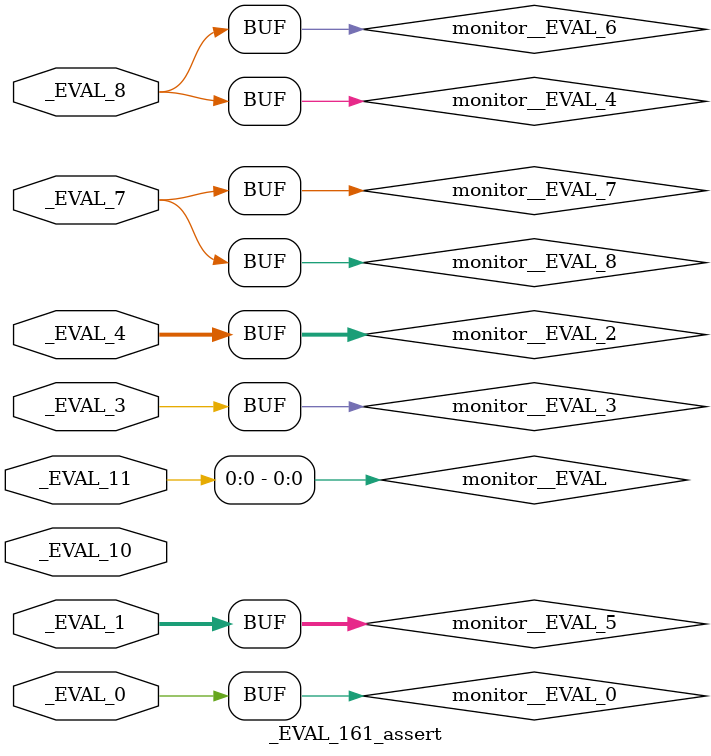
<source format=sv>
module _EVAL_161_assert(
  input          _EVAL_0,
  input  [127:0] _EVAL_1,
  input          _EVAL_3,
  input  [2:0]   _EVAL_4,
  input          _EVAL_7,
  input          _EVAL_8,
  input  [2:0]   _EVAL_10,
  input  [2:0]   _EVAL_11
);
  wire  monitor__EVAL;
  wire  monitor__EVAL_0;
  wire [2:0] monitor__EVAL_1;
  wire [2:0] monitor__EVAL_2;
  wire  monitor__EVAL_3;
  wire  monitor__EVAL_4;
  wire [127:0] monitor__EVAL_5;
  wire  monitor__EVAL_6;
  wire  monitor__EVAL_7;
  wire  monitor__EVAL_8;
  _EVAL_160_assert monitor (
    ._EVAL(monitor__EVAL),
    ._EVAL_0(monitor__EVAL_0),
    ._EVAL_1(monitor__EVAL_1),
    ._EVAL_2(monitor__EVAL_2),
    ._EVAL_3(monitor__EVAL_3),
    ._EVAL_4(monitor__EVAL_4),
    ._EVAL_5(monitor__EVAL_5),
    ._EVAL_6(monitor__EVAL_6),
    ._EVAL_7(monitor__EVAL_7),
    ._EVAL_8(monitor__EVAL_8)
  );
  assign monitor__EVAL_7 = _EVAL_7;
  assign monitor__EVAL = _EVAL_11[0];
  assign monitor__EVAL_8 = _EVAL_7;
  assign monitor__EVAL_6 = _EVAL_8;
  assign monitor__EVAL_3 = _EVAL_3;
  assign monitor__EVAL_2 = _EVAL_4;
  assign monitor__EVAL_5 = _EVAL_1;
  assign monitor__EVAL_1 = 3'h7 == _EVAL_4 ? 3'h4 : _EVAL_10;
  assign monitor__EVAL_0 = _EVAL_0;
  assign monitor__EVAL_4 = _EVAL_8;

endmodule

</source>
